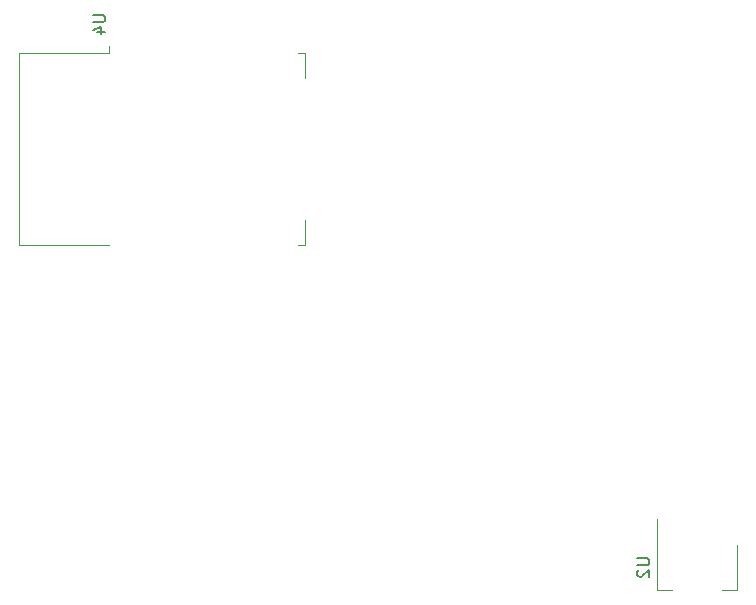
<source format=gbr>
%TF.GenerationSoftware,KiCad,Pcbnew,(5.1.6)-1*%
%TF.CreationDate,2021-04-13T13:36:20+02:00*%
%TF.ProjectId,_7SEG_CONTROL,5f375345-475f-4434-9f4e-54524f4c2e6b,rev?*%
%TF.SameCoordinates,Original*%
%TF.FileFunction,Legend,Bot*%
%TF.FilePolarity,Positive*%
%FSLAX46Y46*%
G04 Gerber Fmt 4.6, Leading zero omitted, Abs format (unit mm)*
G04 Created by KiCad (PCBNEW (5.1.6)-1) date 2021-04-13 13:36:20*
%MOMM*%
%LPD*%
G01*
G04 APERTURE LIST*
%ADD10C,0.120000*%
%ADD11C,0.150000*%
G04 APERTURE END LIST*
D10*
%TO.C,U4*%
X100910000Y-71636000D02*
X100910000Y-87876000D01*
X100910000Y-87876000D02*
X108530000Y-87876000D01*
X124530000Y-87876000D02*
X125150000Y-87876000D01*
X125150000Y-87876000D02*
X125150000Y-85756000D01*
X125150000Y-73756000D02*
X125150000Y-71636000D01*
X125150000Y-71636000D02*
X124530000Y-71636000D01*
X108530000Y-71636000D02*
X100910000Y-71636000D01*
X108530000Y-71636000D02*
X108530000Y-71026000D01*
%TO.C,U2*%
X154926000Y-111094000D02*
X154926000Y-117104000D01*
X161746000Y-113344000D02*
X161746000Y-117104000D01*
X154926000Y-117104000D02*
X156186000Y-117104000D01*
X161746000Y-117104000D02*
X160486000Y-117104000D01*
%TO.C,U4*%
D11*
X107222380Y-68434095D02*
X108031904Y-68434095D01*
X108127142Y-68481714D01*
X108174761Y-68529333D01*
X108222380Y-68624571D01*
X108222380Y-68815047D01*
X108174761Y-68910285D01*
X108127142Y-68957904D01*
X108031904Y-69005523D01*
X107222380Y-69005523D01*
X107555714Y-69910285D02*
X108222380Y-69910285D01*
X107174761Y-69672190D02*
X107889047Y-69434095D01*
X107889047Y-70053142D01*
%TO.C,U2*%
X153288380Y-114432095D02*
X154097904Y-114432095D01*
X154193142Y-114479714D01*
X154240761Y-114527333D01*
X154288380Y-114622571D01*
X154288380Y-114813047D01*
X154240761Y-114908285D01*
X154193142Y-114955904D01*
X154097904Y-115003523D01*
X153288380Y-115003523D01*
X153383619Y-115432095D02*
X153336000Y-115479714D01*
X153288380Y-115574952D01*
X153288380Y-115813047D01*
X153336000Y-115908285D01*
X153383619Y-115955904D01*
X153478857Y-116003523D01*
X153574095Y-116003523D01*
X153716952Y-115955904D01*
X154288380Y-115384476D01*
X154288380Y-116003523D01*
%TD*%
M02*

</source>
